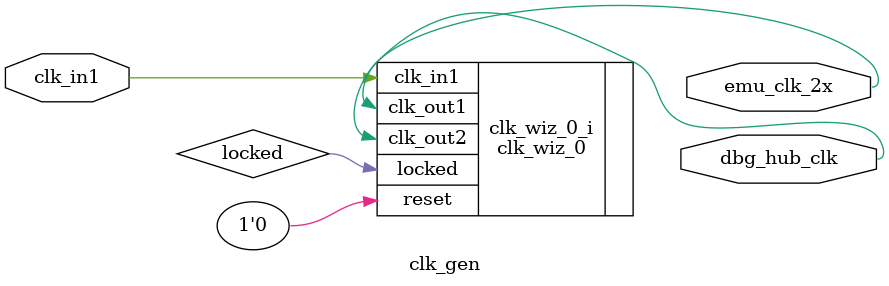
<source format=sv>
`timescale 1ns/1ps

`default_nettype none
module clk_gen (
    input wire logic clk_in1,
    output wire logic dbg_hub_clk,
    output wire logic emu_clk_2x
);


`ifdef SIMULATION_MODE_MSDSL
	// emulator clock sequence
	logic emu_clk_2x_state;
	
	initial begin
		// since the reset signal is initially "1", this delay+posedge will
		// cause the MSDSL templates to be reset
	    emu_clk_2x_state = 1'b0;
	    #((0.25/(`EMU_CLK_FREQ))*1s);
	    emu_clk_2x_state = 1'b1;

	    // clock runs forever
	    forever begin
	        #((0.25/(`EMU_CLK_FREQ))*1s);
	        emu_clk_2x_state = ~emu_clk_2x_state;
	    end
	end

	
	// output assignment
	assign emu_clk_2x = emu_clk_2x_state;
	
`else
	logic locked;
        clk_wiz_0 clk_wiz_0_i (
        .clk_in1(clk_in1),
        .clk_out1(emu_clk_2x),
        .clk_out2(dbg_hub_clk),
        .reset(1'b0),
        .locked(locked)
    );

`endif // `ifdef SIMULATION_MODE_MSDSL

endmodule
`default_nettype wire

</source>
